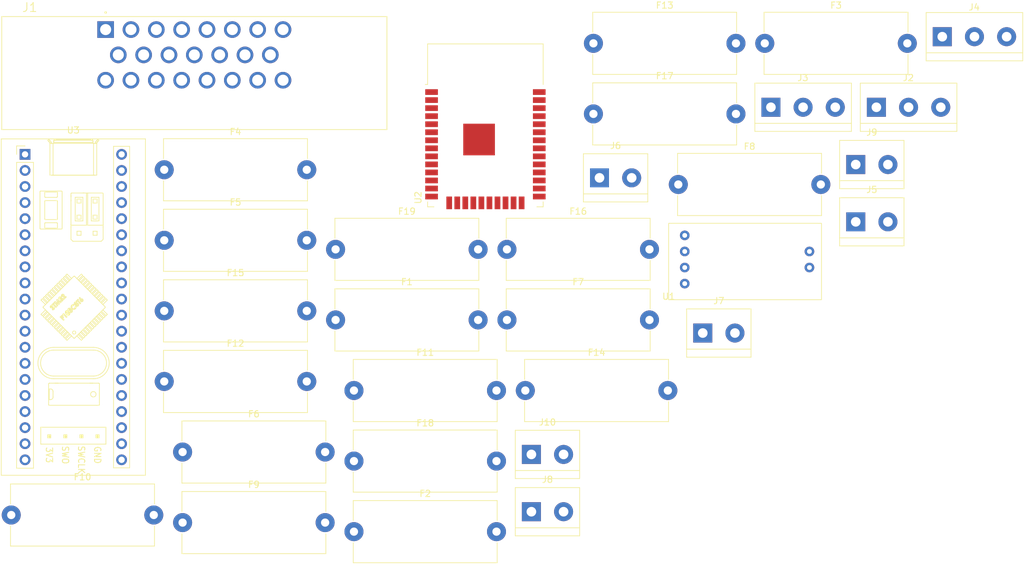
<source format=kicad_pcb>
(kicad_pcb (version 20211014) (generator pcbnew)
  (layers (0 "F.Cu" signal "cobre frontal") (31 "B.Cu" signal "Cobre traseira") (34 "B.Paste" user "Pasta traseira") (35 "F.Paste" user "Pasta frontal") (36 "B.SilkS" user "Serigrafia traseira") (37 "F.SilkS" user "Serigrafia frontal") (38 "B.Mask" user "Máscara traseira") (39 "F.Mask" user "Máscara frontal") (44 "Edge.Cuts" user "Cortes contorno"))
  (net 0 "")
  (net 1 "Net-(F1-Pad1)")
  (net 2 "12V")
  (net 3 "Net-(F2-Pad1)")
  (net 4 "Net-(F3-Pad1)")
  (net 5 "Net-(F4-Pad1)")
  (net 6 "Net-(F5-Pad1)")
  (net 7 "Net-(F6-Pad1)")
  (net 8 "Net-(F7-Pad1)")
  (net 9 "Net-(F8-Pad1)")
  (net 10 "Net-(F9-Pad1)")
  (net 11 "Net-(F10-Pad1)")
  (net 12 "Net-(F11-Pad1)")
  (net 13 "Net-(F12-Pad1)")
  (net 14 "Net-(F13-Pad1)")
  (net 15 "Net-(F14-Pad1)")
  (net 16 "Net-(F15-Pad1)")
  (net 17 "Net-(F16-Pad2)")
  (net 18 "Net-(F17-Pad2)")
  (net 19 "Net-(F18-Pad2)")
  (net 20 "Net-(F19-Pad2)")
  (net 21 "Net-(J1-Pad1)")
  (net 22 "Net-(J1-Pad23)")
  (net 23 "Net-(J1-Pad2)")
  (net 24 "Net-(J1-Pad3)")
  (net 25 "Net-(J1-Pad4)")
  (net 26 "Net-(J1-Pad5)")
  (net 27 "Net-(J1-Pad6)")
  (net 28 "GNDREF")
  (net 34 "Net-(U2-Pad1)")
  (footprint "TerminalBlock:TerminalBlock_bornier-2_P5.08mm" (layer "F.Cu") (at 163.96 136.07)
    (fp_text reference "J7" (at 2.54 -5.08) (layer "F.SilkS"))
    (fp_text value "CS_POWER")
    (pad "1" thru_hole rect (at 0 0) (size 3 3) (drill 1.52) (layers *.Cu *.Mask) (net 17 "Net-(F16-Pad2)"))
    (pad "2" thru_hole circle (at 5.08 0) (size 3 3) (drill 1.52) (layers *.Cu *.Mask) (net 28 "GNDREF"))
  )
  (footprint "TerminalBlock:TerminalBlock_bornier-3_P5.08mm" (layer "F.Cu") (at 201.77 89.25)
    (fp_text reference "J4" (at 5.05 -4.65) (layer "F.SilkS"))
    (fp_text value "DC_CONVERTER")
    (pad "1" thru_hole rect (at 0 0) (size 3 3) (drill 1.52) (layers *.Cu *.Mask) (net 22 "Net-(J1-Pad23)"))
    (pad "2" thru_hole circle (at 5.08 0) (size 3 3) (drill 1.52) (layers *.Cu *.Mask) (net 28 "GNDREF"))
    (pad "3" thru_hole circle (at 10.16 0) (size 3 3) (drill 1.52) (layers *.Cu *.Mask) (net 2 "12V"))
  )
  (footprint "Fuse:Fuseholder_Cylinder-5x20mm_Schurter_0031_8201_Horizontal_Open" (layer "F.Cu") (at 108.9 167.45)
    (fp_text reference "F2" (at 11.25 -6) (layer "F.SilkS"))
    (fp_text value "Fuse")
    (pad "" np_thru_hole circle (at 11.25 0) (size 2.7 2.7) (drill 2.7) (layers *.Cu *.Mask))
    (pad "1" thru_hole circle (at 0 0) (size 3 3) (drill 1.3) (layers *.Cu *.Mask) (net 3 "Net-(F2-Pad1)"))
    (pad "2" thru_hole circle (at 22.5 0) (size 3 3) (drill 1.3) (layers *.Cu *.Mask) (net 2 "12V"))
  )
  (footprint "Fuse:Fuseholder_Cylinder-5x20mm_Schurter_0031_8201_Horizontal_Open" (layer "F.Cu") (at 81.85 166.02)
    (fp_text reference "F9" (at 11.25 -6) (layer "F.SilkS"))
    (fp_text value "Fuse")
    (pad "" np_thru_hole circle (at 11.25 0) (size 2.7 2.7) (drill 2.7) (layers *.Cu *.Mask))
    (pad "1" thru_hole circle (at 0 0) (size 3 3) (drill 1.3) (layers *.Cu *.Mask) (net 10 "Net-(F9-Pad1)"))
    (pad "2" thru_hole circle (at 22.5 0) (size 3 3) (drill 1.3) (layers *.Cu *.Mask) (net 2 "12V"))
  )
  (footprint "TerminalBlock:TerminalBlock_bornier-2_P5.08mm" (layer "F.Cu") (at 136.91 155.25)
    (fp_text reference "J10" (at 2.54 -5.08) (layer "F.SilkS"))
    (fp_text value "AUX_POWER")
    (pad "1" thru_hole rect (at 0 0) (size 3 3) (drill 1.52) (layers *.Cu *.Mask) (net 20 "Net-(F19-Pad2)"))
    (pad "2" thru_hole circle (at 5.08 0) (size 3 3) (drill 1.52) (layers *.Cu *.Mask) (net 28 "GNDREF"))
  )
  (footprint "Fuse:Fuseholder_Cylinder-5x20mm_Schurter_0031_8201_Horizontal_Open" (layer "F.Cu") (at 173.75 90.3)
    (fp_text reference "F3" (at 11.25 -6) (layer "F.SilkS"))
    (fp_text value "Fuse")
    (pad "" np_thru_hole circle (at 11.25 0) (size 2.7 2.7) (drill 2.7) (layers *.Cu *.Mask))
    (pad "1" thru_hole circle (at 0 0) (size 3 3) (drill 1.3) (layers *.Cu *.Mask) (net 4 "Net-(F3-Pad1)"))
    (pad "2" thru_hole circle (at 22.5 0) (size 3 3) (drill 1.3) (layers *.Cu *.Mask) (net 2 "12V"))
  )
  (footprint "Fuse:Fuseholder_Cylinder-5x20mm_Schurter_0031_8201_Horizontal_Open" (layer "F.Cu") (at 146.7 90.3)
    (fp_text reference "F13" (at 11.25 -6) (layer "F.SilkS"))
    (fp_text value "Fuse")
    (pad "" np_thru_hole circle (at 11.25 0) (size 2.7 2.7) (drill 2.7) (layers *.Cu *.Mask))
    (pad "1" thru_hole circle (at 0 0) (size 3 3) (drill 1.3) (layers *.Cu *.Mask) (net 14 "Net-(F13-Pad1)"))
    (pad "2" thru_hole circle (at 22.5 0) (size 3 3) (drill 1.3) (layers *.Cu *.Mask) (net 2 "12V"))
  )
  (footprint "TerminalBlock:TerminalBlock_bornier-3_P5.08mm" (layer "F.Cu") (at 191.37 100.4)
    (fp_text reference "J2" (at 5.05 -4.65) (layer "F.SilkS"))
    (fp_text value "AUX_1")
    (pad "1" thru_hole rect (at 0 0) (size 3 3) (drill 1.52) (layers *.Cu *.Mask) (net 27 "Net-(J1-Pad6)"))
    (pad "2" thru_hole circle (at 5.08 0) (size 3 3) (drill 1.52) (layers *.Cu *.Mask) (net 26 "Net-(J1-Pad5)"))
    (pad "3" thru_hole circle (at 10.16 0) (size 3 3) (drill 1.52) (layers *.Cu *.Mask) (net 25 "Net-(J1-Pad4)"))
  )
  (footprint "Fuse:Fuseholder_Cylinder-5x20mm_Schurter_0031_8201_Horizontal_Open" (layer "F.Cu") (at 146.7 101.45)
    (fp_text reference "F17" (at 11.25 -6) (layer "F.SilkS"))
    (fp_text value "Fuse")
    (pad "" np_thru_hole circle (at 11.25 0) (size 2.7 2.7) (drill 2.7) (layers *.Cu *.Mask))
    (pad "1" thru_hole circle (at 0 0) (size 3 3) (drill 1.3) (layers *.Cu *.Mask) (net 2 "12V"))
    (pad "2" thru_hole circle (at 22.5 0) (size 3 3) (drill 1.3) (layers *.Cu *.Mask) (net 18 "Net-(F17-Pad2)"))
  )
  (footprint "Fuse:Fuseholder_Cylinder-5x20mm_Schurter_0031_8201_Horizontal_Open" (layer "F.Cu") (at 106 134)
    (fp_text reference "F1" (at 11.25 -6) (layer "F.SilkS"))
    (fp_text value "Fuse")
    (pad "" np_thru_hole circle (at 11.25 0) (size 2.7 2.7) (drill 2.7) (layers *.Cu *.Mask))
    (pad "1" thru_hole circle (at 0 0) (size 3 3) (drill 1.3) (layers *.Cu *.Mask) (net 1 "Net-(F1-Pad1)"))
    (pad "2" thru_hole circle (at 22.5 0) (size 3 3) (drill 1.3) (layers *.Cu *.Mask) (net 2 "12V"))
  )
  (footprint "Fuse:Fuseholder_Cylinder-5x20mm_Schurter_0031_8201_Horizontal_Open" (layer "F.Cu") (at 54.8 164.82)
    (fp_text reference "F10" (at 11.25 -6) (layer "F.SilkS"))
    (fp_text value "Fuse")
    (pad "" np_thru_hole circle (at 11.25 0) (size 2.7 2.7) (drill 2.7) (layers *.Cu *.Mask))
    (pad "1" thru_hole circle (at 0 0) (size 3 3) (drill 1.3) (layers *.Cu *.Mask) (net 11 "Net-(F10-Pad1)"))
    (pad "2" thru_hole circle (at 22.5 0) (size 3 3) (drill 1.3) (layers *.Cu *.Mask) (net 2 "12V"))
  )
  (footprint "Fuse:Fuseholder_Cylinder-5x20mm_Schurter_0031_8201_Horizontal_Open" (layer "F.Cu") (at 135.95 145.15)
    (fp_text reference "F14" (at 11.25 -6) (layer "F.SilkS"))
    (fp_text value "Fuse")
    (pad "" np_thru_hole circle (at 11.25 0) (size 2.7 2.7) (drill 2.7) (layers *.Cu *.Mask))
    (pad "1" thru_hole circle (at 0 0) (size 3 3) (drill 1.3) (layers *.Cu *.Mask) (net 15 "Net-(F14-Pad1)"))
    (pad "2" thru_hole circle (at 22.5 0) (size 3 3) (drill 1.3) (layers *.Cu *.Mask) (net 2 "12V"))
  )
  (footprint "TerminalBlock:TerminalBlock_bornier-2_P5.08mm" (layer "F.Cu") (at 136.91 164.3)
    (fp_text reference "J8" (at 2.54 -5.08) (layer "F.SilkS"))
    (fp_text value "ECU_POWER")
    (pad "1" thru_hole rect (at 0 0) (size 3 3) (drill 1.52) (layers *.Cu *.Mask) (net 18 "Net-(F17-Pad2)"))
    (pad "2" thru_hole circle (at 5.08 0) (size 3 3) (drill 1.52) (layers *.Cu *.Mask) (net 28 "GNDREF"))
  )
  (footprint "TerminalBlock:TerminalBlock_bornier-3_P5.08mm" (layer "F.Cu") (at 174.72 100.4)
    (fp_text reference "J3" (at 5.05 -4.65) (layer "F.SilkS"))
    (fp_text value "AUX_2")
    (pad "1" thru_hole rect (at 0 0) (size 3 3) (drill 1.52) (layers *.Cu *.Mask) (net 24 "Net-(J1-Pad3)"))
    (pad "2" thru_hole circle (at 5.08 0) (size 3 3) (drill 1.52) (layers *.Cu *.Mask) (net 23 "Net-(J1-Pad2)"))
    (pad "3" thru_hole circle (at 10.16 0) (size 3 3) (drill 1.52) (layers *.Cu *.Mask) (net 21 "Net-(J1-Pad1)"))
  )
  (footprint "TerminalBlock:TerminalBlock_bornier-2_P5.08mm" (layer "F.Cu") (at 188.11 118.5)
    (fp_text reference "J5" (at 2.54 -5.08) (layer "F.SilkS"))
    (fp_text value "VBAT")
    (pad "1" thru_hole rect (at 0 0) (size 3 3) (drill 1.52) (layers *.Cu *.Mask) (net 22 "Net-(J1-Pad23)"))
    (pad "2" thru_hole circle (at 5.08 0) (size 3 3) (drill 1.52) (layers *.Cu *.Mask) (net 28 "GNDREF"))
  )
  (footprint "Fuse:Fuseholder_Cylinder-5x20mm_Schurter_0031_8201_Horizontal_Open" (layer "F.Cu") (at 108.9 145.15)
    (fp_text reference "F11" (at 11.25 -6) (layer "F.SilkS"))
    (fp_text value "Fuse")
    (pad "" np_thru_hole circle (at 11.25 0) (size 2.7 2.7) (drill 2.7) (layers *.Cu *.Mask))
    (pad "1" thru_hole circle (at 0 0) (size 3 3) (drill 1.3) (layers *.Cu *.Mask) (net 12 "Net-(F11-Pad1)"))
    (pad "2" thru_hole circle (at 22.5 0) (size 3 3) (drill 1.3) (layers *.Cu *.Mask) (net 2 "12V"))
  )
  (footprint "Fuse:Fuseholder_Cylinder-5x20mm_Schurter_0031_8201_Horizontal_Open" (layer "F.Cu") (at 133.05 122.85)
    (fp_text reference "F16" (at 11.25 -6) (layer "F.SilkS"))
    (fp_text value "Fuse")
    (pad "" np_thru_hole circle (at 11.25 0) (size 2.7 2.7) (drill 2.7) (layers *.Cu *.Mask))
    (pad "1" thru_hole circle (at 0 0) (size 3 3) (drill 1.3) (layers *.Cu *.Mask) (net 2 "12V"))
    (pad "2" thru_hole circle (at 22.5 0) (size 3 3) (drill 1.3) (layers *.Cu *.Mask) (net 17 "Net-(F16-Pad2)"))
  )
  (footprint "Fuse:Fuseholder_Cylinder-5x20mm_Schurter_0031_8201_Horizontal_Open" (layer "F.Cu") (at 81.85 154.87)
    (fp_text reference "F6" (at 11.25 -6) (layer "F.SilkS"))
    (fp_text value "Fuse")
    (pad "" np_thru_hole circle (at 11.25 0) (size 2.7 2.7) (drill 2.7) (layers *.Cu *.Mask))
    (pad "1" thru_hole circle (at 0 0) (size 3 3) (drill 1.3) (layers *.Cu *.Mask) (net 7 "Net-(F6-Pad1)"))
    (pad "2" thru_hole circle (at 22.5 0) (size 3 3) (drill 1.3) (layers *.Cu *.Mask) (net 2 "12V"))
  )
  (footprint "Fuse:Fuseholder_Cylinder-5x20mm_Schurter_0031_8201_Horizontal_Open" (layer "F.Cu") (at 106 122.85)
    (fp_text reference "F19" (at 11.25 -6) (layer "F.SilkS"))
    (fp_text value "Fuse")
    (pad "" np_thru_hole circle (at 11.25 0) (size 2.7 2.7) (drill 2.7) (layers *.Cu *.Mask))
    (pad "1" thru_hole circle (at 0 0) (size 3 3) (drill 1.3) (layers *.Cu *.Mask) (net 2 "12V"))
    (pad "2" thru_hole circle (at 22.5 0) (size 3 3) (drill 1.3) (layers *.Cu *.Mask) (net 20 "Net-(F19-Pad2)"))
  )
  (footprint "Ampseal 23:TE_1-776087-1" (layer "F.Cu") (at 69.7 88.125)
    (fp_text reference "J1" (at -11.972125 -3.494005) (layer "F.SilkS") (effects (font (size 1.402008 1.402008))))
    (fp_text value "1-776087-1")
    (pad "" np_thru_hole circle locked (at -6.5 4.5) (size 2.85 2.85) (drill 2.85) (layers *.Cu *.Mask))
    (pad "" np_thru_hole circle locked (at 34.5 4.5) (size 2.85 2.85) (drill 2.85) (layers *.Cu *.Mask))
    (pad "1" thru_hole rect locked (at 0 0) (size 2.625 2.625) (drill 1.75) (layers *.Cu *.Mask) (net 21 "Net-(J1-Pad1)"))
    (pad "2" thru_hole circle locked (at 4 0) (size 2.625 2.625) (drill 1.75) (layers *.Cu *.Mask) (net 23 "Net-(J1-Pad2)"))
    (pad "3" thru_hole circle locked (at 8 0) (size 2.625 2.625) (drill 1.75) (layers *.Cu *.Mask) (net 24 "Net-(J1-Pad3)"))
    (pad "4" thru_hole circle locked (at 12 0) (size 2.625 2.625) (drill 1.75) (layers *.Cu *.Mask) (net 25 "Net-(J1-Pad4)"))
    (pad "5" thru_hole circle locked (at 16 0) (size 2.625 2.625) (drill 1.75) (layers *.Cu *.Mask) (net 26 "Net-(J1-Pad5)"))
    (pad "6" thru_hole circle locked (at 20 0) (size 2.625 2.625) (drill 1.75) (layers *.Cu *.Mask) (net 27 "Net-(J1-Pad6)"))
    (pad "7" thru_hole circle locked (at 24 0) (size 2.625 2.625) (drill 1.75) (layers *.Cu *.Mask) (net 16 "Net-(F15-Pad1)"))
    (pad "8" thru_hole circle locked (at 28 0) (size 2.625 2.625) (drill 1.75) (layers *.Cu *.Mask) (net 15 "Net-(F14-Pad1)"))
    (pad "9" thru_hole circle locked (at 2 4) (size 2.625 2.625) (drill 1.75) (layers *.Cu *.Mask) (net 14 "Net-(F13-Pad1)"))
    (pad "10" thru_hole circle locked (at 6 4) (size 2.625 2.625) (drill 1.75) (layers *.Cu *.Mask) (net 13 "Net-(F12-Pad1)"))
    (pad "11" thru_hole circle locked (at 10 4) (size 2.625 2.625) (drill 1.75) (layers *.Cu *.Mask) (net 12 "Net-(F11-Pad1)"))
    (pad "12" thru_hole circle locked (at 14 4) (size 2.625 2.625) (drill 1.75) (layers *.Cu *.Mask) (net 11 "Net-(F10-Pad1)"))
    (pad "13" thru_hole circle locked (at 18 4) (size 2.625 2.625) (drill 1.75) (layers *.Cu *.Mask) (net 10 "Net-(F9-Pad1)"))
    (pad "14" thru_hole circle locked (at 22 4) (size 2.625 2.625) (drill 1.75) (layers *.Cu *.Mask) (net 9 "Net-(F8-Pad1)"))
    (pad "15" thru_hole circle locked (at 26 4) (size 2.625 2.625) (drill 1.75) (layers *.Cu *.Mask) (net 8 "Net-(F7-Pad1)"))
    (pad "16" thru_hole circle locked (at 0 8) (size 2.625 2.625) (drill 1.75) (layers *.Cu *.Mask) (net 7 "Net-(F6-Pad1)"))
    (pad "17" thru_hole circle locked (at 4 8) (size 2.625 2.625) (drill 1.75) (layers *.Cu *.Mask) (net 6 "Net-(F5-Pad1)"))
    (pad "18" thru_hole circle locked (at 8 8) (size 2.625 2.625) (drill 1.75) (layers *.Cu *.Mask) (net 5 "Net-(F4-Pad1)"))
    (pad "19" thru_hole circle locked (at 12 8) (size 2.625 2.625) (drill 1.75) (layers *.Cu *.Mask) (net 4 "Net-(F3-Pad1)"))
    (pad "20" thru_hole circle locked (at 16 8) (size 2.625 2.625) (drill 1.75) (layers *.Cu *.Mask) (net 3 "Net-(F2-Pad1)"))
    (pad "21" thru_hole circle locked (at 20 8) (size 2.625 2.625) (drill 1.75) (layers *.Cu *.Mask) (net 1 "Net-(F1-Pad1)"))
    (pad "22" thru_hole circle locked (at 24 8) (size 2.625 2.625) (drill 1.75) (layers *.Cu *.Mask) (net 28 "GNDREF"))
    (pad "23" thru_hole circle locked (at 28 8) (size 2.625 2.625) (drill 1.75) (layers *.Cu *.Mask) (net 22 "Net-(J1-Pad23)"))
  )
  (footprint "Cheetah:TJA1050-Module" (layer "F.Cu") (at 158.575 130.8)
    (fp_text reference "U1" (at 0 -0.5 unlocked) (layer "F.SilkS"))
    (fp_text value "TJA1050-Module")
    (pad "1" thru_hole circle (at 2.54 -10.16) (size 1.524 1.524) (drill 0.762) (layers *.Cu *.Mask))
    (pad "2" thru_hole circle (at 2.54 -7.62) (size 1.524 1.524) (drill 0.762) (layers *.Cu *.Mask))
    (pad "3" thru_hole circle (at 2.54 -5.08) (size 1.524 1.524) (drill 0.762) (layers *.Cu *.Mask))
    (pad "4" thru_hole circle (at 2.54 -2.54) (size 1.524 1.524) (drill 0.762) (layers *.Cu *.Mask) (net 22 "Net-(J1-Pad23)"))
    (pad "5" thru_hole circle (at 22.225 -7.62) (size 1.524 1.524) (drill 0.762) (layers *.Cu *.Mask))
    (pad "6" thru_hole circle (at 22.225 -5.08) (size 1.524 1.524) (drill 0.762) (layers *.Cu *.Mask))
  )
  (footprint "Fuse:Fuseholder_Cylinder-5x20mm_Schurter_0031_8201_Horizontal_Open" (layer "F.Cu") (at 78.95 110.27)
    (fp_text reference "F4" (at 11.25 -6) (layer "F.SilkS"))
    (fp_text value "Fuse")
    (pad "" np_thru_hole circle (at 11.25 0) (size 2.7 2.7) (drill 2.7) (layers *.Cu *.Mask))
    (pad "1" thru_hole circle (at 0 0) (size 3 3) (drill 1.3) (layers *.Cu *.Mask) (net 5 "Net-(F4-Pad1)"))
    (pad "2" thru_hole circle (at 22.5 0) (size 3 3) (drill 1.3) (layers *.Cu *.Mask) (net 2 "12V"))
  )
  (footprint "Fuse:Fuseholder_Cylinder-5x20mm_Schurter_0031_8201_Horizontal_Open" (layer "F.Cu") (at 78.95 143.72)
    (fp_text reference "F12" (at 11.25 -6) (layer "F.SilkS"))
    (fp_text value "Fuse")
    (pad "" np_thru_hole circle (at 11.25 0) (size 2.7 2.7) (drill 2.7) (layers *.Cu *.Mask))
    (pad "1" thru_hole circle (at 0 0) (size 3 3) (drill 1.3) (layers *.Cu *.Mask) (net 13 "Net-(F12-Pad1)"))
    (pad "2" thru_hole circle (at 22.5 0) (size 3 3) (drill 1.3) (layers *.Cu *.Mask) (net 2 "12V"))
  )
  (footprint "STM32 Blue Pill:YAAJ_BluePill_1" (layer "F.Cu") (at 56.98 107.84)
    (fp_text reference "U3" (at 7.62 -3.81) (layer "F.SilkS"))
    (fp_text value "YAAJ_BluePill" hide)
    (fp_text user "3V3" (at 3.81 47.498 270 unlocked) (layer "F.SilkS") (effects (font (size 1 0.9))))
    (fp_text user "SWO" (at 6.35 47.498 270 unlocked) (layer "F.SilkS") (effects (font (size 1 0.9))))
    (fp_text user "GND" (at 11.43 47.498 270 unlocked) (layer "F.SilkS") (effects (font (size 1 0.9))))
    (fp_text user "SWCLK" (at 8.89 48.26 270 unlocked) (layer "F.SilkS") (effects (font (size 1 0.9))))
    (pad "1" thru_hole rect locked (at 0 0) (size 1.7 1.7) (drill 1) (layers *.Cu *.Mask))
    (pad "2" thru_hole circle locked (at 0 2.54) (size 1.7 1.7) (drill 1) (layers *.Cu *.Mask))
    (pad "3" thru_hole circle locked (at 0 5.08) (size 1.7 1.7) (drill 1) (layers *.Cu *.Mask))
    (pad "4" thru_hole circle locked (at 0 7.62) (size 1.7 1.7) (drill 1) (layers *.Cu *.Mask))
    (pad "5" thru_hole circle locked (at 0 10.16) (size 1.7 1.7) (drill 1) (layers *.Cu *.Mask))
    (pad "6" thru_hole circle locked (at 0 12.7) (size 1.7 1.7) (drill 1) (layers *.Cu *.Mask))
    (pad "7" thru_hole circle locked (at 0 15.24) (size 1.7 1.7) (drill 1) (layers *.Cu *.Mask))
    (pad "8" thru_hole circle locked (at 0 17.78) (size 1.7 1.7) (drill 1) (layers *.Cu *.Mask))
    (pad "9" thru_hole circle locked (at 0 20.32) (size 1.7 1.7) (drill 1) (layers *.Cu *.Mask))
    (pad "10" thru_hole circle locked (at 0 22.86) (size 1.7 1.7) (drill 1) (layers *.Cu *.Mask))
    (pad "11" thru_hole circle locked (at 0 25.4) (size 1.7 1.7) (drill 1) (layers *.Cu *.Mask))
    (pad "12" thru_hole circle locked (at 0 27.94) (size 1.7 1.7) (drill 1) (layers *.Cu *.Mask))
    (pad "13" thru_hole circle locked (at 0 30.48) (size 1.7 1.7) (drill 1) (layers *.Cu *.Mask))
    (pad "14" thru_hole circle locked (at 0 33.02) (size 1.7 1.7) (drill 1) (layers *.Cu *.Mask))
    (pad "15" thru_hole circle locked (at 0 35.56) (size 1.7 1.7) (drill 1) (layers *.Cu *.Mask))
    (pad "16" thru_hole circle locked (at 0 38.1) (size 1.7 1.7) (drill 1) (layers *.Cu *.Mask))
    (pad "17" thru_hole circle locked (at 0 40.64) (size 1.7 1.7) (drill 1) (layers *.Cu *.Mask))
    (pad "18" thru_hole circle locked (at 0 43.18) (size 1.7 1.7) (drill 1) (layers *.Cu *.Mask))
    (pad "19" thru_hole circle locked (at 0 45.72) (size 1.7 1.7) (drill 1) (layers *.Cu *.Mask))
    (pad "20" thru_hole circle locked (at 0 48.26) (size 1.7 1.7) (drill 1) (layers *.Cu *.Mask))
    (pad "21" thru_hole circle locked (at 15.24 48.26) (size 1.7 1.7) (drill 1) (layers *.Cu *.Mask))
    (pad "22" thru_hole circle locked (at 15.24 45.72) (size 1.7 1.7) (drill 1) (layers *.Cu *.Mask))
    (pad "23" thru_hole circle locked (at 15.24 43.18) (size 1.7 1.7) (drill 1) (layers *.Cu *.Mask))
    (pad "24" thru_hole circle locked (at 15.24 40.64) (size 1.7 1.7) (drill 1) (layers *.Cu *.Mask))
    (pad "25" thru_hole circle locked (at 15.24 38.1) (size 1.7 1.7) (drill 1) (layers *.Cu *.Mask))
    (pad "26" thru_hole circle locked (at 15.24 35.56) (size 1.7 1.7) (drill 1) (layers *.Cu *.Mask))
    (pad "27" thru_hole circle locked (at 15.24 33.02) (size 1.7 1.7) (drill 1) (layers *.Cu *.Mask))
    (pad "28" thru_hole circle locked (at 15.24 30.48) (size 1.7 1.7) (drill 1) (layers *.Cu *.Mask))
    (pad "29" thru_hole circle locked (at 15.24 27.94) (size 1.7 1.7) (drill 1) (layers *.Cu *.Mask))
    (pad "30" thru_hole circle locked (at 15.24 25.4) (size 1.7 1.7) (drill 1) (layers *.Cu *.Mask))
    (pad "31" thru_hole circle locked (at 15.24 22.86) (size 1.7 1.7) (drill 1) (layers *.Cu *.Mask))
    (pad "32" thru_hole circle locked (at 15.24 20.32) (size 1.7 1.7) (drill 1) (layers *.Cu *.Mask))
    (pad "33" thru_hole circle locked (at 15.24 17.78) (size 1.7 1.7) (drill 1) (layers *.Cu *.Mask))
    (pad "34" thru_hole circle locked (at 15.24 15.24) (size 1.7 1.7) (drill 1) (layers *.Cu *.Mask))
    (pad "35" thru_hole circle locked (at 15.24 12.7) (size 1.7 1.7) (drill 1) (layers *.Cu *.Mask))
    (pad "36" thru_hole circle locked (at 15.24 10.16) (size 1.7 1.7) (drill 1) (layers *.Cu *.Mask))
    (pad "37" thru_hole circle locked (at 15.24 7.62) (size 1.7 1.7) (drill 1) (layers *.Cu *.Mask))
    (pad "38" thru_hole circle locked (at 15.24 5.08) (size 1.7 1.7) (drill 1) (layers *.Cu *.Mask))
    (pad "39" thru_hole circle locked (at 15.24 2.54) (size 1.7 1.7) (drill 1) (layers *.Cu *.Mask))
    (pad "40" thru_hole circle locked (at 15.24 0) (size 1.7 1.7) (drill 1) (layers *.Cu *.Mask))
  )
  (footprint "RF_Module:ESP32-WROOM-32" (layer "F.Cu") (at 129.65 106.25)
    (fp_text reference "U2" (at -10.61 8.43 90) (layer "F.SilkS"))
    (fp_text value "ESP32-WROOM-32")
    (pad "1" smd rect (at -8.5 -8.255) (size 2 0.9) (layers "F.Cu" "F.Paste" "F.Mask") (net 34 "Net-(U2-Pad1)"))
    (pad "2" smd rect (at -8.5 -6.985) (size 2 0.9) (layers "F.Cu" "F.Paste" "F.Mask"))
    (pad "3" smd rect (at -8.5 -5.715) (size 2 0.9) (layers "F.Cu" "F.Paste" "F.Mask"))
    (pad "4" smd rect (at -8.5 -4.445) (size 2 0.9) (layers "F.Cu" "F.Paste" "F.Mask"))
    (pad "5" smd rect (at -8.5 -3.175) (size 2 0.9) (layers "F.Cu" "F.Paste" "F.Mask"))
    (pad "6" smd rect (at -8.5 -1.905) (size 2 0.9) (layers "F.Cu" "F.Paste" "F.Mask"))
    (pad "7" smd rect (at -8.5 -0.635) (size 2 0.9) (layers "F.Cu" "F.Paste" "F.Mask"))
    (pad "8" smd rect (at -8.5 0.635) (size 2 0.9) (layers "F.Cu" "F.Paste" "F.Mask"))
    (pad "9" smd rect (at -8.5 1.905) (size 2 0.9) (layers "F.Cu" "F.Paste" "F.Mask"))
    (pad "10" smd rect (at -8.5 3.175) (size 2 0.9) (layers "F.Cu" "F.Paste" "F.Mask"))
    (pad "11" smd rect (at -8.5 4.445) (size 2 0.9) (layers "F.Cu" "F.Paste" "F.Mask"))
    (pad "12" smd rect (at -8.5 5.715) (size 2 0.9) (layers "F.Cu" "F.Paste" "F.Mask"))
    (pad "13" smd rect (at -8.5 6.985) (size 2 0.9) (layers "F.Cu" "F.Paste" "F.Mask"))
    (pad "14" smd rect (at -8.5 8.255) (size 2 0.9) (layers "F.Cu" "F.Paste" "F.Mask"))
    (pad "15" smd rect (at -5.715 9.255 90) (size 2 0.9) (layers "F.Cu" "F.Paste" "F.Mask") (net 34 "Net-(U2-Pad1)"))
    (pad "16" smd rect (at -4.445 9.255 90) (size 2 0.9) (layers "F.Cu" "F.Paste" "F.Mask"))
    (pad "17" smd rect (at -3.175 9.255 90) (size 2 0.9) (layers "F.Cu" "F.Paste" "F.Mask"))
    (pad "18" smd rect (at -1.905 9.255 90) (size 2 0.9) (layers "F.Cu" "F.Paste" "F.Mask"))
    (pad "19" smd rect (at -0.635 9.255 90) (size 2 0.9) (layers "F.Cu" "F.Paste" "F.Mask"))
    (pad "20" smd rect (at 0.635 9.255 90) (size 2 0.9) (layers "F.Cu" "F.Paste" "F.Mask"))
    (pad "21" smd rect (at 1.905 9.255 90) (size 2 0.9) (layers "F.Cu" "F.Paste" "F.Mask"))
    (pad "22" smd rect (at 3.175 9.255 90) (size 2 0.9) (layers "F.Cu" "F.Paste" "F.Mask"))
    (pad "23" smd rect (at 4.445 9.255 90) (size 2 0.9) (layers "F.Cu" "F.Paste" "F.Mask"))
    (pad "24" smd rect (at 5.715 9.255 90) (size 2 0.9) (layers "F.Cu" "F.Paste" "F.Mask"))
    (pad "25" smd rect (at 8.5 8.255) (size 2 0.9) (layers "F.Cu" "F.Paste" "F.Mask"))
    (pad "26" smd rect (at 8.5 6.985) (size 2 0.9) (layers "F.Cu" "F.Paste" "F.Mask"))
    (pad "27" smd rect (at 8.5 5.715) (size 2 0.9) (layers "F.Cu" "F.Paste" "F.Mask"))
    (pad "28" smd rect (at 8.5 4.445) (size 2 0.9) (layers "F.Cu" "F.Paste" "F.Mask"))
    (pad "29" smd rect (at 8.5 3.175) (size 2 0.9) (layers "F.Cu" "F.Paste" "F.Mask"))
    (pad "30" smd rect (at 8.5 1.905) (size 2 0.9) (layers "F.Cu" "F.Paste" "F.Mask"))
    (pad "31" smd rect (at 8.5 0.635) (size 2 0.9) (layers "F.Cu" "F.Paste" "F.Mask"))
    (pad "32" smd rect (at 8.5 -0.635) (size 2 0.9) (layers "F.Cu" "F.Paste" "F.Mask"))
    (pad "33" smd rect (at 8.5 -1.905) (size 2 0.9) (layers "F.Cu" "F.Paste" "F.Mask"))
    (pad "34" smd rect (at 8.5 -3.175) (size 2 0.9) (layers "F.Cu" "F.Paste" "F.Mask"))
    (pad "35" smd rect (at 8.5 -4.445) (size 2 0.9) (layers "F.Cu" "F.Paste" "F.Mask"))
    (pad "36" smd rect (at 8.5 -5.715) (size 2 0.9) (layers "F.Cu" "F.Paste" "F.Mask"))
    (pad "37" smd rect (at 8.5 -6.985) (size 2 0.9) (layers "F.Cu" "F.Paste" "F.Mask"))
    (pad "38" smd rect (at 8.5 -8.255) (size 2 0.9) (layers "F.Cu" "F.Paste" "F.Mask") (net 34 "Net-(U2-Pad1)"))
    (pad "39" smd rect (at -1 -0.755) (size 5 5) (layers "F.Cu" "F.Paste" "F.Mask") (net 34 "Net-(U2-Pad1)"))
  )
  (footprint "Fuse:Fuseholder_Cylinder-5x20mm_Schurter_0031_8201_Horizontal_Open" (layer "F.Cu") (at 133.05 134)
    (fp_text reference "F7" (at 11.25 -6) (layer "F.SilkS"))
    (fp_text value "Fuse")
    (pad "" np_thru_hole circle (at 11.25 0) (size 2.7 2.7) (drill 2.7) (layers *.Cu *.Mask))
    (pad "1" thru_hole circle (at 0 0) (size 3 3) (drill 1.3) (layers *.Cu *.Mask) (net 8 "Net-(F7-Pad1)"))
    (pad "2" thru_hole circle (at 22.5 0) (size 3 3) (drill 1.3) (layers *.Cu *.Mask) (net 2 "12V"))
  )
  (footprint "Fuse:Fuseholder_Cylinder-5x20mm_Schurter_0031_8201_Horizontal_Open" (layer "F.Cu") (at 160.1 112.6)
    (fp_text reference "F8" (at 11.25 -6) (layer "F.SilkS"))
    (fp_text value "Fuse")
    (pad "" np_thru_hole circle (at 11.25 0) (size 2.7 2.7) (drill 2.7) (layers *.Cu *.Mask))
    (pad "1" thru_hole circle (at 0 0) (size 3 3) (drill 1.3) (layers *.Cu *.Mask) (net 9 "Net-(F8-Pad1)"))
    (pad "2" thru_hole circle (at 22.5 0) (size 3 3) (drill 1.3) (layers *.Cu *.Mask) (net 2 "12V"))
  )
  (footprint "Fuse:Fuseholder_Cylinder-5x20mm_Schurter_0031_8201_Horizontal_Open" (layer "F.Cu") (at 78.95 121.42)
    (fp_text reference "F5" (at 11.25 -6) (layer "F.SilkS"))
    (fp_text value "Fuse")
    (pad "" np_thru_hole circle (at 11.25 0) (size 2.7 2.7) (drill 2.7) (layers *.Cu *.Mask))
    (pad "1" thru_hole circle (at 0 0) (size 3 3) (drill 1.3) (layers *.Cu *.Mask) (net 6 "Net-(F5-Pad1)"))
    (pad "2" thru_hole circle (at 22.5 0) (size 3 3) (drill 1.3) (layers *.Cu *.Mask) (net 2 "12V"))
  )
  (footprint "Fuse:Fuseholder_Cylinder-5x20mm_Schurter_0031_8201_Horizontal_Open" (layer "F.Cu") (at 78.95 132.57)
    (fp_text reference "F15" (at 11.25 -6) (layer "F.SilkS"))
    (fp_text value "Fuse")
    (pad "" np_thru_hole circle (at 11.25 0) (size 2.7 2.7) (drill 2.7) (layers *.Cu *.Mask))
    (pad "1" thru_hole circle (at 0 0) (size 3 3) (drill 1.3) (layers *.Cu *.Mask) (net 16 "Net-(F15-Pad1)"))
    (pad "2" thru_hole circle (at 22.5 0) (size 3 3) (drill 1.3) (layers *.Cu *.Mask) (net 2 "12V"))
  )
  (footprint "Fuse:Fuseholder_Cylinder-5x20mm_Schurter_0031_8201_Horizontal_Open" (layer "F.Cu") (at 108.9 156.3)
    (fp_text reference "F18" (at 11.25 -6) (layer "F.SilkS"))
    (fp_text value "Fuse")
    (pad "" np_thru_hole circle (at 11.25 0) (size 2.7 2.7) (drill 2.7) (layers *.Cu *.Mask))
    (pad "1" thru_hole circle (at 0 0) (size 3 3) (drill 1.3) (layers *.Cu *.Mask) (net 2 "12V"))
    (pad "2" thru_hole circle (at 22.5 0) (size 3 3) (drill 1.3) (layers *.Cu *.Mask) (net 19 "Net-(F18-Pad2)"))
  )
  (footprint "TerminalBlock:TerminalBlock_bornier-2_P5.08mm" (layer "F.Cu") (at 188.11 109.45)
    (fp_text reference "J9" (at 2.54 -5.08) (layer "F.SilkS"))
    (fp_text value "ISOL_POWER")
    (pad "1" thru_hole rect (at 0 0) (size 3 3) (drill 1.52) (layers *.Cu *.Mask) (net 19 "Net-(F18-Pad2)"))
    (pad "2" thru_hole circle (at 5.08 0) (size 3 3) (drill 1.52) (layers *.Cu *.Mask) (net 28 "GNDREF"))
  )
  (footprint "TerminalBlock:TerminalBlock_bornier-2_P5.08mm" (layer "F.Cu") (at 147.66 111.55)
    (fp_text reference "J6" (at 2.54 -5.08) (layer "F.SilkS"))
    (fp_text value "UNFUSED")
    (pad "1" thru_hole rect (at 0 0) (size 3 3) (drill 1.52) (layers *.Cu *.Mask) (net 2 "12V"))
    (pad "2" thru_hole circle (at 5.08 0) (size 3 3) (drill 1.52) (layers *.Cu *.Mask) (net 28 "GNDREF"))
  )
)
</source>
